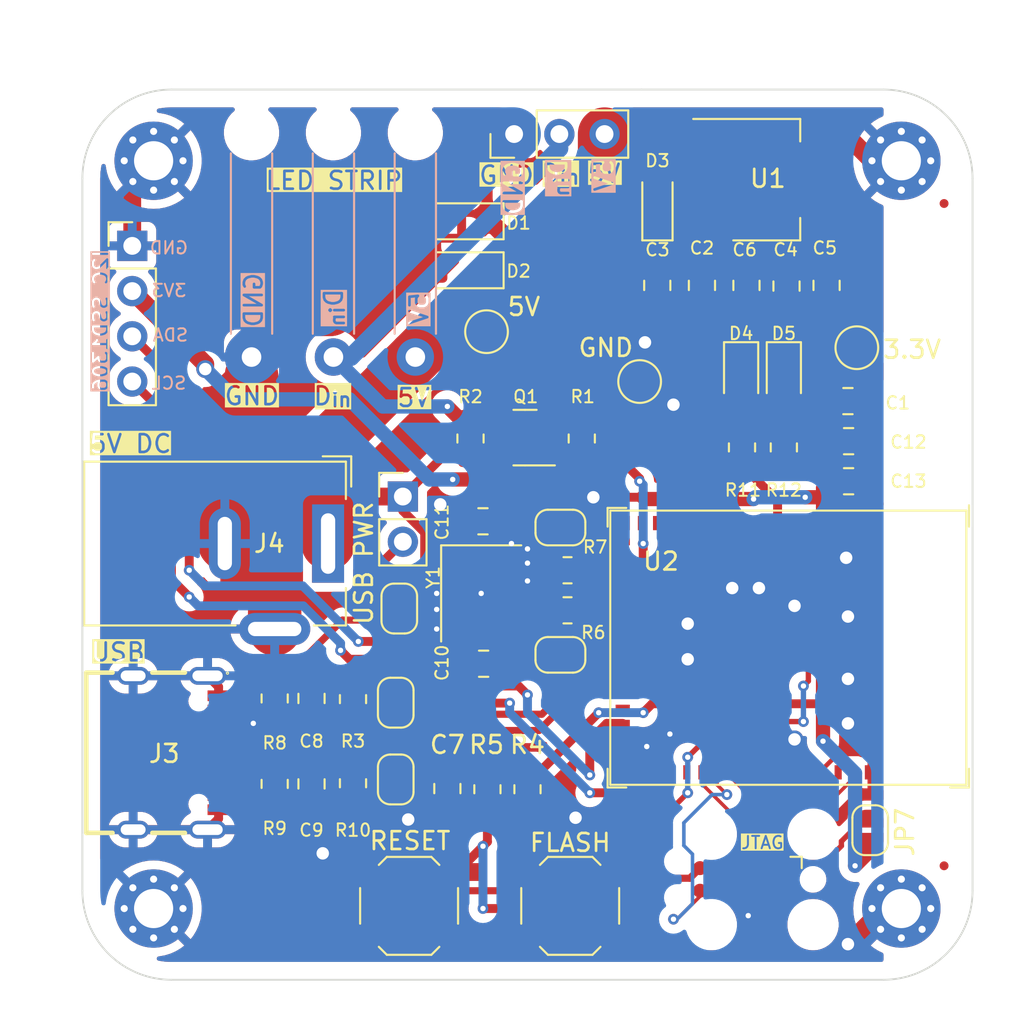
<source format=kicad_pcb>
(kicad_pcb (version 20221018) (generator pcbnew)
  (layers (0 "F.Cu" signal) (31 "B.Cu" signal) (34 "B.Paste" user) (35 "F.Paste" user) (36 "B.SilkS" user "B.Silkscreen") (37 "F.SilkS" user "F.Silkscreen") (38 "B.Mask" user) (39 "F.Mask" user) (44 "Edge.Cuts" user))
  (net 0 "")
  (net 1 "Earth")
  (net 2 "+5V")
  (net 3 "/X0_R")
  (net 4 "/X1_R")
  (net 5 "+3.3V")
  (net 6 "/~{RST}")
  (net 7 "VBUS")
  (net 8 "/D_{IN}")
  (net 9 "/SDA")
  (net 10 "/SCL")
  (net 11 "/TMS")
  (net 12 "/TCK")
  (net 13 "/TDO")
  (net 14 "/TDI")
  (net 15 "/LV_DIN")
  (net 16 "/USB_D+")
  (net 17 "/USB_D-")
  (net 18 "/X0")
  (net 19 "/X1")
  (net 20 "/BOOT")
  (net 21 "/DP")
  (net 22 "/DN")
  (net 23 "/VT_{REF}")
  (net 24 "Net-(D4-A)")
  (net 25 "Net-(D5-A)")
  (net 26 "Net-(J3-CC1)")
  (net 28 "Net-(J3-CC2)")
  (net 32 "Net-(U2-GPIO2{slash}ADC1_CH1)")
  (footprint "Connector_PinHeader_2.54mm:PinHeader_1x04_P2.54mm_Vertical" (layer "F.Cu") (at 112.8 78.78)
    (fp_text reference "J1" hide)
    (fp_text value "I2C Expansion")
  )
  (footprint "Jumper:SolderJumper-2_P1.3mm_Open_RoundedPad1.0x1.5mm" (layer "F.Cu") (at 136.85 94.6)
    (fp_text reference "JP1" hide)
    (fp_text value "SolderJumper_2_Open")
  )
  (footprint "Capacitor_SMD:C_0805_2012Metric_Pad1.18x1.45mm_HandSolder" (layer "F.Cu") (at 151.8 81 -90)
    (fp_text reference "C5")
    (fp_text value "10uF")
  )
  (footprint "TestPoint:TestPoint_Pad_D2.0mm" (layer "F.Cu") (at 141.3 86.4)
    (fp_text reference "TP3" hide)
    (fp_text value "GND")
  )
  (footprint "Button_Switch_SMD:SW_SPST_TL3342" (layer "F.Cu") (at 128.35 115.85 180)
    (fp_text reference "SW1" hide)
    (fp_text value "RESET")
  )
  (footprint "Capacitor_SMD:C_0805_2012Metric_Pad1.18x1.45mm_HandSolder" (layer "F.Cu") (at 153.0375 89.75)
    (fp_text reference "C12")
    (fp_text value "100nF")
  )
  (footprint "Resistor_SMD:R_0805_2012Metric_Pad1.20x1.40mm_HandSolder" (layer "F.Cu") (at 120.8 104.2 -90)
    (fp_text reference "R8")
    (fp_text value "5.1k")
  )
  (footprint "TestPoint:TestPoint_Pad_D2.0mm" (layer "F.Cu") (at 153.5 84.5)
    (fp_text reference "TP2" hide)
    (fp_text value "3.3V")
  )
  (footprint "LED_SMD:LED_0805_2012Metric_Pad1.15x1.40mm_HandSolder" (layer "F.Cu") (at 149.4 86.05 -90)
    (fp_text reference "D5")
    (fp_text value "PWR_LED")
  )
  (footprint "Resistor_SMD:R_0805_2012Metric_Pad1.20x1.40mm_HandSolder" (layer "F.Cu") (at 138.05 89.6 90)
    (fp_text reference "R1")
    (fp_text value "10k")
  )
  (footprint "Resistor_SMD:R_0805_2012Metric_Pad1.20x1.40mm_HandSolder" (layer "F.Cu") (at 120.8 109 90)
    (fp_text reference "R9")
    (fp_text value "5.1k")
  )
  (footprint "Resistor_SMD:R_0805_2012Metric_Pad1.20x1.40mm_HandSolder" (layer "F.Cu") (at 125.2 104.2375 -90)
    (fp_text reference "R3")
    (fp_text value "27R")
  )
  (footprint "Resistor_SMD:R_0805_2012Metric_Pad1.20x1.40mm_HandSolder" (layer "F.Cu") (at 125.2 108.9625 90)
    (fp_text reference "R10")
    (fp_text value "27R")
  )
  (footprint "Diode_SMD:D_SMF" (layer "F.Cu") (at 131.3 77.4 180)
    (fp_text reference "D1")
    (fp_text value "SMF5V0A")
  )
  (footprint "Connector_PinHeader_2.54mm:PinHeader_1x02_P2.54mm_Vertical" (layer "F.Cu") (at 128 92.86)
    (fp_text reference "JP4" hide)
    (fp_text value "Jumper_2_Bridged")
  )
  (footprint "Resistor_SMD:R_0805_2012Metric_Pad1.20x1.40mm_HandSolder" (layer "F.Cu") (at 131.8 89.6 90)
    (fp_text reference "R2")
    (fp_text value "10k")
  )
  (footprint "Jumper:SolderJumper-2_P1.3mm_Open_RoundedPad1.0x1.5mm" (layer "F.Cu") (at 136.85 101.75)
    (fp_text reference "JP6" hide)
    (fp_text value "SolderJumper_2_Open")
  )
  (footprint "Capacitor_SMD:C_0805_2012Metric_Pad1.18x1.45mm_HandSolder" (layer "F.Cu") (at 153.0375 92)
    (fp_text reference "C13")
    (fp_text value "10uF")
  )
  (footprint "Connector_PinHeader_2.54mm:PinHeader_1x03_P2.54mm_Vertical" (layer "F.Cu") (at 134.25 72.5 90)
    (fp_text reference "J2" hide)
    (fp_text value "Conn_01x03_Socket")
  )
  (footprint "Package_TO_SOT_SMD:SOT-223-3_TabPin2" (layer "F.Cu") (at 148.41 75.0625)
    (fp_text reference "U1")
    (fp_text value "AMS1117-3.3")
  )
  (footprint "Capacitor_SMD:C_0805_2012Metric_Pad1.18x1.45mm_HandSolder" (layer "F.Cu") (at 149.55 81.0375 -90)
    (fp_text reference "C4")
    (fp_text value "100nF")
  )
  (footprint "Jumper:SolderJumper-2_P1.3mm_Open_RoundedPad1.0x1.5mm" (layer "F.Cu") (at 127.6 104.4375 -90)
    (fp_text reference "JP2" hide)
    (fp_text value "SolderJumper_2_Open" hide)
  )
  (footprint "MountingHole:MountingHole_2.2mm_M2_Pad_Via" (layer "F.Cu") (at 156 116)
    (fp_text reference "H4" hide)
    (fp_text value "MountingHole_Pad" hide)
  )
  (footprint "Button_Switch_SMD:SW_SPST_TL3342" (layer "F.Cu") (at 137.4 115.85 180)
    (fp_text reference "SW2" hide)
    (fp_text value "FLASH")
  )
  (footprint "Crystal:Crystal_SMD_3225-4Pin_3.2x2.5mm_HandSoldering" (layer "F.Cu") (at 132.4 98.3 -90)
    (fp_text reference "Y1")
    (fp_text value "Crystal_40Mhz")
  )
  (footprint "Resistor_SMD:R_0805_2012Metric_Pad1.20x1.40mm_HandSolder" (layer "F.Cu") (at 149.4 90.1 -90)
    (fp_text reference "R12")
    (fp_text value "100")
  )
  (footprint "Jumper:SolderJumper-2_P1.3mm_Open_RoundedPad1.0x1.5mm" (layer "F.Cu") (at 154.25 111.6 90)
    (fp_text reference "JP7")
    (fp_text value "JTAG-VTREF")
  )
  (footprint "Diode_SMD:D_SMF" (layer "F.Cu") (at 131.3 80.15 180)
    (fp_text reference "D2")
    (fp_text value "SMF5V0A")
  )
  (footprint "footprint:USB-C-SMD_G-SWITCH_GT-USB-7010ASV" (layer "F.Cu") (at 115.25 107.25 -90)
    (fp_text reference "J3")
    (fp_text value "GT-USB-7010ASV")
  )
  (footprint "TestPoint:TestPoint_Pad_D2.0mm" (layer "F.Cu") (at 132.7 83.6)
    (fp_text reference "TP1" hide)
    (fp_text value "5V")
  )
  (footprint "Diode_SMD:D_SOD-323_HandSoldering" (layer "F.Cu") (at 142.3 76.4625 90)
    (fp_text reference "D3")
    (fp_text value "1N5819WS")
  )
  (footprint "Connector_BarrelJack:BarrelJack_Wuerth_6941xx301002" (layer "F.Cu") (at 123.8 95.5 -90)
    (fp_text reference "J4")
    (fp_text value "Barrel_Jack_Switch_Pin3Ring" hide)
  )
  (footprint "LED_SMD:LED_0805_2012Metric_Pad1.15x1.40mm_HandSolder" (layer "F.Cu") (at 147 86.05 -90)
    (fp_text reference "D4")
    (fp_text value "LED")
  )
  (footprint "Package_TO_SOT_SMD:SOT-23" (layer "F.Cu") (at 134.8625 89.55 180)
    (fp_text reference "Q1")
    (fp_text value "BSS138")
  )
  (footprint "Capacitor_SMD:C_0805_2012Metric_Pad1.18x1.45mm_HandSolder" (layer "F.Cu") (at 144.8 81 -90)
    (fp_text reference "C2")
    (fp_text value "10uF")
  )
  (footprint "MountingHole:MountingHole_2.2mm_M2_Pad_Via" (layer "F.Cu") (at 114 74)
    (fp_text reference "H1" hide)
    (fp_text value "MountingHole_Pad" hide)
  )
  (footprint "Resistor_SMD:R_0805_2012Metric_Pad1.20x1.40mm_HandSolder" (layer "F.Cu") (at 147.05 90.1 -90)
    (fp_text reference "R11")
    (fp_text value "100")
  )
  (footprint "Fiducial:Fiducial_0.5mm_Mask1mm" (layer "F.Cu") (at 158.4 76.4)
    (fp_text reference "FID1" hide)
    (fp_text value "Fiducial" hide)
  )
  (footprint "Capacitor_SMD:C_0805_2012Metric_Pad1.18x1.45mm_HandSolder" (layer "F.Cu") (at 122.86875 104.2 90)
    (fp_text reference "C8")
    (fp_text value "47pF")
  )
  (footprint "Capacitor_SMD:C_0805_2012Metric_Pad1.18x1.45mm_HandSolder" (layer "F.Cu") (at 147.3 81 -90)
    (fp_text reference "C6")
    (fp_text value "100nF")
  )
  (footprint "Connector:Tag-Connect_TC2050-IDC-FP_2x05_P1.27mm_Vertical" (layer "F.Cu") (at 147.23 114.365 180)
    (fp_text reference "J5" hide)
    (fp_text value "TC2050-IDC_Cortex-M" hide)
  )
  (footprint "Capacitor_SMD:C_0805_2012Metric_Pad1.18x1.45mm_HandSolder" (layer "F.Cu") (at 132.5375 102.25 180)
    (fp_text reference "C10")
    (fp_text value "22pF")
  )
  (footprint "Resistor_SMD:R_0805_2012Metric_Pad1.20x1.40mm_HandSolder" (layer "F.Cu") (at 137.25 97 180)
    (fp_text reference "R7")
    (fp_text value "0R")
  )
  (footprint "MountingHole:MountingHole_2.2mm_M2_Pad_Via" (layer "F.Cu") (at 114 116 90)
    (fp_text reference "H3" hide)
    (fp_text value "MountingHole_Pad" hide)
  )
  (footprint "Jumper:SolderJumper-2_P1.3mm_Open_RoundedPad1.0x1.5mm" (layer "F.Cu") (at 127.8 99.15 -90)
    (fp_text reference "JP3" hide)
    (fp_text value "USB PWR")
  )
  (footprint "Resistor_SMD:R_0805_2012Metric_Pad1.20x1.40mm_HandSolder" (layer "F.Cu") (at 132.75 109.3 -90)
    (fp_text reference "R5")
    (fp_text value "10k")
  )
  (footprint "MountingHole:MountingHole_2.2mm_M2_Pad_Via" (layer "F.Cu") (at 156 74)
    (fp_text reference "H2" hide)
    (fp_text value "MountingHole_Pad" hide)
  )
  (footprint "Resistor_SMD:R_0805_2012Metric_Pad1.20x1.40mm_HandSolder" (layer "F.Cu") (at 137.25 99.25)
    (fp_text reference "R6")
    (fp_text value "0R")
  )
  (footprint "Resistor_SMD:R_0805_2012Metric_Pad1.20x1.40mm_HandSolder" (layer "F.Cu") (at 135 109.3 90)
    (fp_text reference "R4")
    (fp_text value "10k")
  )
  (footprint "PCM_Espressif:ESP32-S2-MINI-1" (layer "F.Cu") (at 147.35 101.35 -90)
    (fp_text reference "U2")
    (fp_text value "ESP32-S2-MINI-1")
  )
  (footprint "Jumper:SolderJumper-2_P1.3mm_Open_RoundedPad1.0x1.5mm" (layer "F.Cu") (at 127.6 108.75 90)
    (fp_text reference "JP5" hide)
    (fp_text value "SolderJumper_2_Open" hide)
  )
  (footprint "Fiducial:Fiducial_0.5mm_Mask1mm" (layer "F.Cu") (at 111.6 113.6)
    (fp_text reference "FID2" hide)
    (fp_text value "Fiducial" hide)
  )
  (footprint "Capacitor_SMD:C_0805_2012Metric_Pad1.18x1.45mm_HandSolder" (layer "F.Cu") (at 153 87.5)
    (fp_text reference "C1")
    (fp_text value "10uF")
  )
  (footprint "Fiducial:Fiducial_0.5mm_Mask1mm" (layer "F.Cu") (at 158.4 113.6)
    (fp_text reference "FID3" hide)
    (fp_text value "Fiducial" hide)
  )
  (footprint "Capacitor_SMD:C_0805_2012Metric_Pad1.18x1.45mm_HandSolder" (layer "F.Cu") (at 130.5 109.2625 90)
    (fp_text reference "C7")
    (fp_text value "10uF")
  )
  (footprint "Capacitor_SMD:C_0805_2012Metric_Pad1.18x1.45mm_HandSolder" (layer "F.Cu") (at 122.86875 109 -90)
    (fp_text reference "C9")
    (fp_text value "47pF")
  )
  (footprint "Capacitor_SMD:C_0805_2012Metric_Pad1.18x1.45mm_HandSolder" (layer "F.Cu") (at 142.29 81 -90)
    (fp_text reference "C3")
    (fp_text value "10uF")
  )
  (footprint "Capacitor_SMD:C_0805_2012Metric_Pad1.18x1.45mm_HandSolder" (layer "F.Cu") (at 132.5 94.25 180)
    (fp_text reference "C11")
    (fp_text value "22pF")
  )
  (footprint "Connector_Wire:SolderWire-0.5sqmm_1x03_P4.6mm_D0.9mm_OD2.1mm_Relief" (layer "B.Cu") (at 119.5 85.025)
    (fp_text reference "J6" hide)
    (fp_text value "Conn_01x03_Socket_Solderwire")
  )
  (gr_line locked (start 141.4 70) (end 155 70) (stroke (width 0.1)) (layer "Edge.Cuts"))
  (gr_arc locked (start 110 75) (mid 111.464466 71.464467) (end 115 70) (stroke (width 0.1)) (layer "Edge.Cuts"))
  (gr_line locked (start 155 120) (end 115 120) (stroke (width 0.1)) (layer "Edge.Cuts"))
  (gr_arc locked (start 160 115) (mid 158.535534 118.535533) (end 155 120) (stroke (width 0.1)) (layer "Edge.Cuts"))
  (gr_arc locked (start 115 120) (mid 111.464467 118.535534) (end 110 115) (stroke (width 0.1)) (layer "Edge.Cuts"))
  (gr_line locked (start 110 115) (end 110 75) (stroke (width 0.1)) (layer "Edge.Cuts"))
  (gr_line locked (start 141.4 70) (end 115 70) (stroke (width 0.1)) (layer "Edge.Cuts"))
  (gr_line locked (start 160 75) (end 160 115) (stroke (width 0.1)) (layer "Edge.Cuts"))
  (gr_arc locked (start 155 70) (mid 158.535533 71.464466) (end 160 75) (stroke (width 0.1)) (layer "Edge.Cuts"))
  (gr_text "5V" (at 139.9 73.8 90) (layer "B.SilkS" knockout) (effects (font (size 1 1)) (justify left bottom mirror)))
  (gr_text "GND" (at 116 79.3) (layer "B.SilkS") (effects (font (size 0.7 0.7) (thickness 0.11)) (justify left bottom mirror)))
  (gr_text "3V3" (at 115.9 81.7) (layer "B.SilkS") (effects (font (size 0.7 0.7) (thickness 0.11)) (justify left bottom mirror)))
  (gr_text "SCL" (at 115.9 86.9) (layer "B.SilkS") (effects (font (size 0.7 0.7) (thickness 0.11)) (justify left bottom mirror)))
  (gr_text "5V" (at 129.5 81.3 90) (layer "B.SilkS" knockout) (effects (font (size 1 1)) (justify left bottom mirror)))
  (gr_text "GND	" (at 120.2 80.2 90) (layer "B.SilkS" knockout) (effects (font (size 1 1)) (justify left bottom mirror)))
  (gr_text "D_{in}" (at 124.7 81.1 90) (layer "B.SilkS" knockout) (effects (font (size 1 1)) (justify left bottom mirror)))
  (gr_text "GND	" (at 134.8 73.9 90) (layer "B.SilkS" knockout) (effects (font (size 1 1)) (justify left bottom mirror)))
  (gr_text "I2C SSD1306" (at 111.5 83 90) (layer "B.SilkS" knockout) (effects (font (size 0.8 0.8) (thickness 0.12)) (justify bottom mirror)))
  (gr_text "D_{in}" (at 137.3 73.8 90) (layer "B.SilkS" knockout) (effects (font (size 1 1)) (justify left bottom mirror)))
  (gr_text "SDA" (at 116 84.2) (layer "B.SilkS") (effects (font (size 0.7 0.7) (thickness 0.11)) (justify left bottom mirror)))
  (gr_text "D_{in}" (at 135.7 75.3) (layer "F.SilkS" knockout) (effects (font (size 1 1)) (justify left bottom)))
  (gr_text "D_{in}" (at 122.9 87.8) (layer "F.SilkS" knockout) (effects (font (size 1 1)) (justify left bottom)))
  (gr_text "GND	" (at 132.2 75.4) (layer "F.SilkS" knockout) (effects (font (size 1 1)) (justify left bottom)))
  (gr_text "USB" (at 112 101.6) (layer "F.SilkS" knockout) (effects (font (size 1 1))))
  (gr_text "5V" (at 127.6 87.9) (layer "F.SilkS" knockout) (effects (font (size 1 1)) (justify left bottom)))
  (gr_text "5V" (at 138.3 75.3) (layer "F.SilkS" knockout) (effects (font (size 1 1)) (justify left bottom)))
  (gr_text "5V DC" (at 112.7 89.9) (layer "F.SilkS" knockout) (effects (font (size 1 1))))
  (gr_text "GND	" (at 117.9 87.8) (layer "F.SilkS" knockout) (effects (font (size 1 1)) (justify left bottom)))
  (gr_text "LED STRIP" (at 120.2 75.7) (layer "F.SilkS" knockout) (effects (font (size 1 1)) (justify left bottom)))
  (segment (start 152.8855 72.5355) (end 154.35 74) (width 1) (layer "F.Cu") (net 1))
  (segment (start 133.55 96.05) (end 134.1 95.5) (width 0.5) (layer "F.Cu") (net 1))
  (segment (start 129.85 80.15) (end 128.380215 78.680215) (width 1) (layer "F.Cu") (net 1))
  (segment (start 151.6 108.15) (end 152.45 107.3) (width 0.254) (layer "F.Cu") (net 1))
  (segment (start 118 88) (end 119.5 86.5) (width 3) (layer "F.Cu") (net 1))
  (segment (start 154.35 92.275) (end 154.075 92) (width 0.4) (layer "F.Cu") (net 1))
  (segment (start 154.35 94.35) (end 152.45 94.35) (width 0.4) (layer "F.Cu") (net 1))
  (segment (start 128.380215 77.880215) (end 133.3 72.96043) (width 3) (layer "F.Cu") (net 1))
  (segment (start 146.6093 115.6093) (end 147.4 116.4) (width 0.2) (layer "F.Cu") (net 1))
  (segment (start 119.5 85.025) (end 122.177 82.348) (width 3) (layer "F.Cu") (net 1))
  (segment locked (start 154.35 116) (end 154.35 116.65) (width 1) (layer "F.Cu") (net 1))
  (segment (start 120.83125 105.2) (end 122.86875 103.1625) (width 0.3) (layer "F.Cu") (net 1))
  (segment (start 151.6 108.35) (end 151.6 108.15) (width 0.254) (layer "F.Cu") (net 1))
  (segment (start 117.03001 102.929934) (end 112.849924 102.929934) (width 0.5) (layer "F.Cu") (net 1))
  (segment (start 120.8 100.3) (end 120.8 98.3) (width 3) (layer "F.Cu") (net 1))
  (segment (start 131.25 99.75) (end 131.25 99.554) (width 0.5) (layer "F.Cu") (net 1))
  (segment (start 146.6093 114.3507) (end 146.6093 115.6093) (width 0.2) (layer "F.Cu") (net 1))
  (segment (start 145.26 72.7625) (end 145.487 72.5355) (width 1) (layer "F.Cu") (net 1))
  (segment (start 147.23 113.73) (end 146.6093 114.3507) (width 0.2) (layer "F.Cu") (net 1))
  (segment (start 132.4 98.3) (end 132.504 98.3) (width 0.5) (layer "F.Cu") (net 1))
  (segment (start 120.83125 108) (end 122.86875 110.0375) (width 0.3) (layer "F.Cu") (net 1))
  (segment (start 120.8 105.2) (end 120.83125 105.2) (width 0.3) (layer "F.Cu") (net 1))
  (segment (start 117.650025 110.449873) (end 117.650025 110.95) (width 0.5) (layer "F.Cu") (net 1))
  (segment (start 123.91243 82.348) (end 128.380215 77.880215) (width 3) (layer "F.Cu") (net 1))
  (segment (start 112.8 78.78) (end 112.8 75.2) (width 1) (layer "F.Cu") (net 1))
  (segment (start 118 95.5) (end 118 88) (width 3) (layer "F.Cu") (net 1))
  (segment (start 145.487 72.5355) (end 152.8855 72.5355) (width 1) (layer "F.Cu") (net 1))
  (segment (start 133.55 97.254) (end 133.55 96.85) (width 0.5) (layer "F.Cu") (net 1))
  (segment (start 119.5 86.5) (end 119.5 86.045521) (width 3) (layer "F.Cu") (net 1))
  (segment (start 131.05 94.25) (end 130.1 93.3) (width 1) (layer "F.Cu") (net 1))
  (segment (start 133.55 96.85) (end 133.55 96.05) (width 0.5) (layer "F.Cu") (net 1))
  (segment (start 131.5 100) (end 131.25 99.75) (width 0.5) (layer "F.Cu") (net 1))
  (segment (start 154.35 108.35) (end 154.35 107.3) (width 0.4) (layer "F.Cu") (net 1))
  (segment (start 122.177 82.348) (end 123.91243 82.348) (width 3) (layer "F.Cu") (net 1))
  (segment (start 117.650025 110.95) (end 117.03001 111.570015) (width 0.5) (layer "F.Cu") (net 1))
  (segment (start 154.35 107.3) (end 154.35 98.8) (width 0.4) (layer "F.Cu") (net 1))
  (segment (start 112.849924 111.570015) (end 117.03001 111.570015) (width 0.5) (layer "F.Cu") (net 1))
  (segment (start 119.6 105.6) (end 120.4 105.6) (width 0.3) (layer "F.Cu") (net 1))
  (segment (start 131.4625 94.25) (end 131.05 94.25) (width 1) (layer "F.Cu") (net 1))
  (segment (start 132.504 98.3) (end 133.55 97.254) (width 0.5) (layer "F.Cu") (net 1))
  (segment (start 120.8 98.3) (end 118 95.5) (width 3) (layer "F.Cu") (net 1))
  (segment (start 140.35 107.3) (end 140.35 108.35) (width 0.4) (layer "F.Cu") (net 1))
  (segment (start 128.380215 78.680215) (end 128.380215 77.880215) (width 1) (layer "F.Cu") (net 1))
  (segment (start 154.35 94.35) (end 154.35 92.275) (width 0.4) (layer "F.Cu") (net 1))
  (segment (start 131.5 102.25) (end 131.5 100) (width 0.5) (layer "F.Cu") (net 1))
  (segment (start 154.35 98.8) (end 154.35 94.35) (width 0.4) (layer "F.Cu") (net 1))
  (segment (start 152.45 107.3) (end 154.35 107.3) (width 0.254) (layer "F.Cu") (net 1))
  (segment (start 132.4 98.404) (end 132.4 98.3) (width 0.5) (layer "F.Cu") (net 1))
  (segment (start 117.650025 103.549949) (end 117.03001 102.929934) (width 0.5) (layer "F.Cu") (net 1))
  (segment (start 151.6 108.35) (end 150.75 108.35) (width 0.3) (layer "F.Cu") (net 1))
  (segment (start 131.25 99.554) (end 132.4 98.404) (width 0.5) (layer "F.Cu") (net 1))
  (segment locked (start 154.35 116.65) (end 153 118) (width 1) (layer "F.Cu") (net 1))
  (segment (start 112.8 75.2) (end 114 74) (width 1) (layer "F.Cu") (net 1))
  (segment (start 154.075 92) (end 154.075 87.5375) (width 0.8) (layer "F.Cu") (net 1))
  (segment (start 133.3 72.96043) (end 133.3 72.5) (width 3) (layer "F.Cu") (net 1))
  (segment (start 120.4 105.6) (end 120.8 105.2) (width 0.3) (layer "F.Cu") (net 1))
  (segment (start 154.075 87.5375) (end 154.0375 87.5) (width 0.8) (layer "F.Cu") (net 1))
  (segment (start 117.650025 104.050076) (end 117.650025 103.549949) (width 0.5) (layer "F.Cu") (net 1))
  (segment (start 120.8 108) (end 120.83125 108) (width 0.3) (layer "F.Cu") (net 1))
  (via (at 153 99.6) (size 1) (drill 0.7) (layers "F.Cu" "B.Cu") (net 1))
  (via (at 130.1 93.3) (size 1) (drill 0.7) (layers "F.Cu" "B.Cu") (net 1))
  (via (at 129.9 98.3) (size 0.6) (drill 0.3) (layers "F.Cu" "B.Cu") (net 1))
  (via (at 135 97.6) (size 0.6) (drill 0.3) (layers "F.Cu" "B.Cu") (net 1))
  (via (at 152.9 96.3) (size 1) (drill 0.7) (layers "F.Cu" "B.Cu") (net 1))
  (via (at 129.9 99.2) (size 0.6) (drill 0.3) (layers "F.Cu" "B.Cu") (net 1))
  (via (at 132.4 98.3) (size 0.6) (drill 0.3) (layers "F.Cu" "B.Cu") (net 1))
  (via (at 146.5 98) (size 1) (drill 0.7) (layers "F.Cu" "B.Cu") (net 1))
  (via (at 128.3 111) (size 1) (drill 0.7) (layers "F.Cu" "B.Cu") (net 1))
  (via (at 150 106.5) (size 1) (drill 0.7) (layers "F.Cu" "B.Cu") (net 1))
  (via (at 134.1 95.5) (size 0.6) (drill 0.3) (layers "F.Cu" "B.Cu") (net 1))
  (via (at 143 106.2) (size 0.6) (drill 0.3) (layers "F.Cu" "B.Cu") (net 1))
  (via (at 144 102) (size 1) (drill 0.7) (layers "F.Cu" "B.Cu") (net 1))
  (via (at 123.5 112.9) (size 1) (drill 0.7) (layers "F.Cu" "B.Cu") (net 1))
  (via (at 143.2 87.7) (size 1) (drill 0.7) (layers "F.Cu" "B.Cu") (net 1))
  (via (at 138.7 92.9) (size 1) (drill 0.7) (layers "F.Cu" "B.Cu") (net 1))
  (via (at 137.7 110.9) (size 1) (drill 0.7) (layers "F.Cu" "B.Cu") (net 1))
  (via (at 150 99) (size 1) (drill 0.7) (layers "F.Cu" "B.Cu") (net 1))
  (via (at 144 100) (size 1) (drill 0.7) (layers "F.Cu" "B.Cu") (net 1))
  (via (at 119.6 105.6) (size 0.6) (drill 0.3) (layers "F.Cu" "B.Cu") (net 1))
  (via (at 147.4 116.4) (size 0.6) (drill 0.3) (layers "F.Cu" "B.Cu") (net 1))
  (via (at 148 98) (size 1) (drill 0.7) (layers "F.Cu" "B.Cu") (net 1))
  (via (at 141.7 106.9) (size 0.6) (drill 0.3) (layers "F.Cu" "B.Cu") (net 1))
  (via (at 135 95.8) (size 0.6) (drill 0.3) (layers "F.Cu" "B.Cu") (net 1))
  (via (at 129.9 100.3) (size 0.6) (drill 0.3) (layers "F.Cu" "B.Cu") (net 1))
  (via locked (at 153 118) (size 1) (drill 0.7) (layers "F.Cu" "B.Cu") (net 1))
  (via (at 153 103.1) (size 1) (drill 0.7) (layers "F.Cu" "B.Cu") (net 1))
  (via (at 135 96.6) (size 0.6) (drill 0.3) (layers "F.Cu" "B.Cu") (net 1))
  (via (at 153 105.6) (size 1) (drill 0.7) (layers "F.Cu" "B.Cu") (net 1))
  (via (at 141.6 84.2) (size 1) (drill 0.7) (layers "F.Cu" "B.Cu") (net 1))
  (segment (start 119.5 85.025) (end 122.177 82.348) (width 3) (layer "B.Cu") (net 1))
  (segment (start 122.177 82.348) (end 123.252 82.348) (width 3) (layer "B.Cu") (net 1))
  (segment (start 133.1 72.5) (end 134.25 72.5) (width 3) (layer "B.Cu") (net 1))
  (segment (start 123.252 82.348) (end 133.1 72.5) (width 3) (layer "B.Cu") (net 1))
  (segment (start 134 72.75) (end 134.25 72.5) (width 2) (layer "B.Cu") (net 1))
  (segment (start 134 72.75) (end 134.076 72.674) (width 3) (layer "B.Cu") (net 1))
  (segment (start 134.076 72.674) (end 134.076 72.5) (width 3) (layer "B.Cu") (net 1))
  (segment (start 147.3 79.9625) (end 142.29 79.9625) (width 0.8) (layer "F.Cu") (net 2))
  (segment (start 145.26 79.5025) (end 144.8 79.9625) (width 0.8) (layer "F.Cu") (net 2))
  (segment (start 139.33 74.395) (end 139.33 72.5) (width 3) (layer "F.Cu") (net 2))
  (segment (start 124.86 92.86) (end 123.8 91.8) (width 1) (layer "F.Cu") (net 2))
  (segment (start 128.7 85.025) (end 131.8125 81.9125) (width 3) (layer "F.Cu") (net 2))
  (segment (start 128 92.86) (end 128 93.664759) (width 0.5) (layer "F.Cu") (net 2))
  (segment (start 145.26 77.3625) (end 144.2625 77.3625) (width 1) (layer "F.Cu") (net 2))
  (segment (start 123.8 89.925) (end 128.7 85.025) (width 3) (layer "F.Cu") (net 2))
  (segment (start 143.3 76.4) (end 139 76.4) (width 1) (layer "F.Cu") (net 2))
  (segment (start 139 76.4) (end 138.1625 75.5625) (width 1) (layer "F.Cu") (net 2))
  (segment (start 132.75 77.4) (end 132.9 77.4) (width 1) (layer "F.Cu") (net 2))
  (segment (start 145.26 77.3625) (end 145.26 79.5025) (width 0.8) (layer "F.Cu") (net 2))
  (segment (start 128 93.664759) (end 129.227 94.891759) (width 0.5) (layer "F.Cu") (net 2))
  (segment (start 129.227 94.891759) (end 129.227 97.073) (width 0.5) (layer "F.Cu") (net 2))
  (segment (start 142.29 77.7225) (end 142.3 77.7125) (width 0.8) (layer "F.Cu") (net 2))
  (segment (start 123.8 95.5) (end 123.8 89.925) (width 3) (layer "F.Cu") (net 2))
  (segment (start 123.8 95.5) (end 123.8 91.8) (width 3) (layer "F.Cu") (net 2))
  (segment (start 134.6125 79.1125) (end 138.1625 75.5625) (width 3) (layer "F.Cu") (net 2))
  (segment (start 143.3 76.4) (end 144.2625 77.3625) (width 1) (layer "F.Cu") (net 2))
  (segment (start 138.1625 75.5625) (end 139.33 74.395) (width 3) (layer "F.Cu") (net 2))
  (segment (start 131.8 90.6) (end 130.26 90.6) (width 0.5) (layer "F.Cu") (net 2))
  (segment (start 128 92.86) (end 124.86 92.86) (width 1) (layer "F.Cu") (net 2))
  (segment (start 142.29 79.9625) (end 142.29 77.7225) (width 0.8) (layer "F.Cu") (net 2))
  (segment (start 129.227 97.073) (end 127.8 98.5) (width 0.5) (layer "F.Cu") (net 2))
  (segment (start 130.26 90.6) (end 128 92.86) (width 0.5) (layer "F.Cu") (net 2))
  (segment (start 132.9 77.4) (end 134.6125 79.1125) (width 1) (layer "F.Cu") (net 2))
  (segment (start 131.8125 81.9125) (end 134.6125 79.1125) (width 3) (layer "F.Cu") (net 2))
  (segment (start 131.25 96.85) (end 131.25 96.373844) (width 0.8) (layer "F.Cu") (net 3))
  (segment (start 136.2 96.95) (end 136.25 97) (width 0.8) (layer "F.Cu") (net 3))
  (segment (start 133.8875 94.6) (end 133.5375 94.25) (width 0.8) (layer "F.Cu") (net 3))
  (segment (start 136.2 94.6) (end 133.8875 94.6) (width 0.8) (layer "F.Cu") (net 3))
  (segment (start 132.111922 95.511922) (end 133.373844 94.25) (width 0.8) (layer "F.Cu") (net 3))
  (segment (start 132.111922 95.511922) (end 133.023844 94.6) (width 0.8) (layer "F.Cu") (net 3))
  (segment (start 133.023844 94.6) (end 136.2 94.6) (width 0.8) (layer "F.Cu") (net 3))
  (segment (start 136.2 94.6) (end 136.2 96.95) (width 0.8) (layer "F.Cu") (net 3))
  (segment (start 133.373844 94.25) (end 133.5375 94.25) (width 0.8) (layer "F.Cu") (net 3))
  (segment (start 131.25 96.373844) (end 132.111922 95.511922) (width 0.8) (layer "F.Cu") (net 3))
  (segment (start 136.2 99.3) (end 136.25 99.25) (width 0.8) (layer "F.Cu") (net 4))
  (segment (start 136.2 101.75) (end 136.2 99.3) (width 0.8) (layer "F.Cu") (net 4))
  (segment (start 133.55 102.225) (end 133.575 102.25) (width 0.8) (layer "F.Cu") (net 4))
  (segment (start 133.55 99.75) (end 133.55 102.225) (width 0.8) (layer "F.Cu") (net 4))
  (segment (start 134.05 99.25) (end 133.55 99.75) (width 0.8) (layer "F.Cu") (net 4))
  (segment (start 136.25 99.25) (end 134.05 99.25) (width 0.8) (layer "F.Cu") (net 4))
  (segment (start 135 108.3) (end 132.75 108.3) (width 0.5) (layer "F.Cu") (net 5))
  (segment (start 149.5875 79.9625) (end 149.55 80) (width 1) (layer "F.Cu") (net 5))
  (segment (start 152 92) (end 152 86.5375) (width 1) (layer "F.Cu") (net 5))
  (segment (start 151.6 92.9) (end 150.6 92.9) (width 0.8) (layer "F.Cu") (net 5))
  (segment (start 152 91) (end 152 87.5375) (width 0.8) (layer "F.Cu") (net 5))
  (segment (start 151.6 92.4) (end 152 92) (width 0.8) (layer "F.Cu") (net 5))
  (segment (start 151.6 105.5) (end 151.6 94.35) (width 0.8) (layer "F.Cu") (net 5))
  (segment (start 135.8 90.5) (end 137.95 90.5) (width 0.8) (layer "F.Cu") (net 5))
  (segment (start 151.6 92.9) (end 151.6 92.4) (width 0.8) (layer "F.Cu") (net 5))
  (segment (start 154.25 112.25) (end 154.25 112.75) (width 0.8) (layer "F.Cu") (net 5))
  (segment (start 142 104.5) (end 151.6 104.5) (width 0.5) (layer "F.Cu") (net 5))
  (segment (start 152 92) (end 152 91) (width 0.8) (layer "F.Cu") (net 5))
  (segment (start 151.56 79.7225) (end 151.8 79.9625) (width 1) (layer "F.Cu") (net 5))
  (segment (start 145.11 75.2125) (end 145.26 75.0625) (width 0.8) (layer "F.Cu") (net 5))
  (segment (start 151.8 79.9625) (end 149.5875 79.9625) (width 1) (layer "F.Cu") (net 5))
  (segment (start 135.7 108.3) (end 135 108.3) (width 0.5) (layer "F.Cu") (net 5))
  (segment (start 116.9 85.7) (end 116.9 85.42) (width 1) (layer "F.Cu") (net 5))
  (segment (start 151.6 94.35) (end 151.6 92.9) (width 0.8) (layer "F.Cu") (net 5))
  (segment (start 151.6 106.6) (end 151.6 105.5) (width 0.8) (layer "F.Cu") (net 5))
  (segment (start 152 86.5375) (end 151.9625 86.5) (width 1) (layer "F.Cu") (net 5))
  (segment (start 151.9625 86.5) (end 151.9625 86.0375) (width 1) (layer "F.Cu") (net 5))
  (segment (start 141.6 93) (end 141.5 92.9) (width 0.8) (layer "F.Cu") (net 5))
  (segment (start 133 91.9) (end 134.4 90.5) (width 0.8) (layer "F.Cu") (net 5))
  (segment (start 116.9 85.42) (end 112.8 81.32) (width 1) (layer "F.Cu") (net 5))
  (segment (start 151.9625 87.5) (end 151.9625 86.5) (width 1) (layer "F.Cu") (net 5))
  (segment (start 151.6 104.5) (end 151.6 105.5) (width 0.5) (layer "F.Cu") (net 5))
  (segment (start 141.5 92.9) (end 140.35 92.9) (width 0.5) (layer "F.Cu") (net 5))
  (segment (start 135.8 90.5) (end 134.4 90.5) (width 0.8) (layer "F.Cu") (net 5))
  (segment (start 137.95 90.5) (end 138.05 90.6) (width 0.8) (layer "F.Cu") (net 5))
  (segment (start 149.4 91.1) (end 151.9 91.1) (width 0.5) (layer "F.Cu") (net 5))
  (segment (start 141.5 105) (end 142 104.5) (width 0.5) (layer "F.Cu") (net 5))
  (segment (start 151.56 75.0625) (end 145.26 75.0625) (width 1) (layer "F.Cu") (net 5))
  (segment (start 139 105) (end 135.7 108.3) (width 0.5) (layer "F.Cu") (net 5))
  (segment (start 140.35 92.9) (end 138.05 90.6) (width 0.5) (layer "F.Cu") (net 5))
  (segment (start 151.9 91.1) (end 152 91) (width 0.5) (layer "F.Cu") (net 5))
  (segment (start 151.9625 86.0375) (end 153.5 84.5) (width 1) (layer "F.Cu") (net 5))
  (segment (start 147.7 93) (end 141.6 93) (width 0.8) (layer "F.Cu") (net 5))
  (segment (start 153.5 84.5) (end 153.5 81.6625) (width 1) (layer "F.Cu") (net 5))
  (segment (start 151.56 75.0625) (end 151.56 79.7225) (width 1) (layer "F.Cu") (net 5))
  (segment (start 152 87.5375) (end 151.9625 87.5) (width 0.8) (layer "F.Cu") (net 5))
  (segment (start 133 91.9) (end 130.8 91.9) (width 0.8) (layer "F.Cu") (net 5))
  (segment (start 142.3 75.2125) (end 145.11 75.2125) (width 0.8) (layer "F.Cu") (net 5))
  (segment (start 153.5 81.6625) (end 151.8 79.9625) (width 1) (layer "F.Cu") (net 5))
  (segment (start 154.25 112.75) (end 153.4 113.6) (width 0.8) (layer "F.Cu") (net 5))
  (via (at 130.8 91.9) (size 0.6) (drill 0.3) (layers "F.Cu" "B.Cu") (net 5))
  (via (at 116.9 85.7) (size 1) (drill 0.7) (layers "F.Cu" "B.Cu") (net 5))
  (via (at 147.7 93) (size 0.6) (drill 0.3) (layers "F.Cu" "B.Cu") (net 5))
  (via (at 141.5 105) (size 0.6) (drill 0.3) (layers "F.Cu" "B.Cu") (net 5))
  (via (at 151.6 106.6) (size 0.6) (drill 0.3) (layers "F.Cu" "B.Cu") (net 5))
  (via (at 139 105) (size 0.6) (drill 0.3) (layers "F.Cu" "B.Cu") (net 5))
  (via (at 153.4 113.6) (size 0.6) (drill 0.3) (layers "F.Cu" "B.Cu") (net 5))
  (via (at 150.6 92.9) (size 0.6) (drill 0.3) (layers "F.Cu" "B.Cu") (net 5))
  (segment (start 147.7 93) (end 147.8 92.9) (width 0.8) (layer "B.Cu") (net 5))
  (segment (start 130.8 91.9) (end 129.5 91.9) (width 0.8) (layer "B.Cu") (net 5))
  (segment (start 147.8 92.9) (end 150.6 92.9) (width 0.8) (layer "B.Cu") (net 5))
  (segment (start 125 87.4) (end 118.6 87.4) (width 0.8) (layer "B.Cu") (net 5))
  (segment (start 129.5 91.9) (end 125 87.4) (width 0.8) (layer "B.Cu") (net 5))
  (segment (start 153.4 113.6) (end 153.4 108.4) (width 0.8) (layer "B.Cu") (net 5))
  (segment (start 153.4 108.4) (end 151.6 106.6) (width 0.8) (layer "B.Cu") (net 5))
  (segment (start 118.6 87.4) (end 116.9 85.7) (width 0.8) (layer "B.Cu") (net 5))
  (segment (start 139 105) (end 141.5 105) (width 0.5) (layer "B.Cu") (net 5))
  (segment (start 130.5 110.3) (end 132.75 110.3) (width 0.5) (layer "F.Cu") (net 6))
  (segment (start 149.77 115) (end 149.1493 114.3793) (width 0.2) (layer "F.Cu") (net 6))
  (segment (start 125.2 113.95) (end 131.5 113.95) (width 0.5) (layer "F.Cu") (net 6))
  (segment (start 131.5 113.95) (end 131.5 113.5) (width 0.5) (layer "F.Cu") (net 6))
  (segment (start 131.5 113.5) (end 132.5 112.5) (width 0.5) (layer "F.Cu") (net 6))
  (segment (start 132.75 110.3) (end 132.75 112.25) (width 0.5) (layer "F.Cu") (net 6))
  (segment (start 150.685061 110) (end 152 110) (width 0.2) (layer "F.Cu") (net 6))
  (segment (start 146.17355 118.59645) (end 149.77 115) (width 0.5) (layer "F.Cu") (net 6))
  (segment (start 132.5 116) (end 140.904 116) (width 0.5) (layer "F.Cu") (net 6))
  (segment (start 149.1493 114.3793) (end 149.1493 111.535761) (width 0.2) (layer "F.Cu") (net 6))
  (segment (start 132.75 112.25) (end 132.5 112.5) (width 0.5) (layer "F.Cu") (net 6))
  (segment (start 152 110) (end 153.3 108.7) (width 0.2) (layer "F.Cu") (net 6))
  (segment (start 140.904 116) (end 143.50045 118.59645) (width 0.5) (layer "F.Cu") (net 6))
  (segment (start 143.50045 118.59645) (end 146.17355 118.59645) (width 0.5) (layer "F.Cu") (net 6))
  (segment (start 153.3 108.7) (end 153.3 108.35) (width 0.2) (layer "F.Cu") (net 6))
  (segment (start 149.1493 111.535761) (end 150.685061 110) (width 0.2) (layer "F.Cu") (net 6))
  (via (at 132.5 116) (size 0.6) (drill 0.3) (layers "F.Cu" "B.Cu") (net 6))
  (via (at 132.5 112.5) (size 0.6) (drill 0.3) (layers "F.Cu" "B.Cu") (net 6))
  (segment (start 132.5 112.5) (end 132.5 116) (width 0.5) (layer "B.Cu") (net 6))
  (segment (start 127.8 99.8) (end 124.602749 99.8) (width 0.4) (layer "F.Cu") (net 7))
  (segment (start 119.927 102.273) (end 118.597027 103.602973) (width 0.4) (layer "F.Cu") (net 7))
  (segment (start 117.650025 109.650025) (end 117.071123 109.650025) (width 0.3) (layer "F.Cu") (net 7))
  (segment (start 144.69 113.73) (end 144.1217 114.2983) (width 0.4) (layer "F.Cu") (net 7))
  (segment (start 118.597027 104.677076) (end 118.424179 104.849924) (width 0.4) (layer "F.Cu") (net 7))
  (segment (start 142.2057 114.2983) (end 141.504 115) (width 0.4) (layer "F.Cu") (net 7))
  (segment (start 117.061217 104.849924) (end 117.650025 104.849924) (width 0.3) (layer "F.Cu") (net 7))
  (segment (start 116.25 108.828902) (end 116.25 105.661141) (width 0.3) (layer "F.Cu") (net 7))
  (segment (start 144.1217 114.2983) (end 142.2057 114.2983) (width 0.4) (layer "F.Cu") (net 7))
  (segment (start 117.071123 109.650025) (end 116.25 108.828902) (width 0.3) (layer "F.Cu") (net 7))
  (segment (start 126.673 96.727) (end 126.673 99.15616) (width 0.5) (layer "F.Cu") (net 7))
  (segment (start 118.597027 103.602973) (end 118.597027 104.677076) (width 0.4) (layer "F.Cu") (net 7))
  (segment (start 122.129749 102.273) (end 119.927 102.273) (width 0.4) (layer "F.Cu") (net 7))
  (segment (start 126.673 99.15616) (end 127.31684 99.8) (width 0.5) (layer "F.Cu") (net 7))
  (segment (start 116.25 105.661141) (end 117.061217 104.849924) (width 0.3) (layer "F.Cu") (net 7))
  (segment (start 123.6 115) (end 118.250025 109.650025) (width 0.4) (layer "F.Cu") (net 7))
  (segment (start 124.602749 99.8) (end 122.129749 102.273) (width 0.4) (layer "F.Cu") (net 7))
  (segment (start 118.424179 104.849924) (end 117.650025 104.849924) (width 0.4) (layer "F.Cu") (net 7))
  (segment (start 141.504 115) (end 123.6 115) (width 0.4) (layer "F.Cu") (net 7))
  (segment (start 128 95.4) (end 126.673 96.727) (width 0.5) (layer "F.Cu") (net 7))
  (segment (start 118.250025 109.650025) (end 117.650025 109.650025) (width 0.4) (layer "F.Cu") (net 7))
  (segment (start 127.31684 99.8) (end 127.8 99.8) (width 0.5) (layer "F.Cu") (net 7))
  (segment (start 132.75 89.55) (end 131.8 88.6) (width 0.8) (layer "F.Cu") (net 8))
  (segment (start 131.3 88.6) (end 130.5 87.8) (width 0.8) (layer "F.Cu") (net 8))
  (segment (start 131.8 88.6) (end 131.3 88.6) (width 0.8) (layer "F.Cu") (net 8))
  (segment (start 133.925 89.55) (end 132.75 89.55) (width 0.8) (layer "F.Cu") (net 8))
  (via (at 130.5 87.8) (size 0.6) (drill 0.3) (layers "F.Cu" "B.Cu") (net 8))
  (segment (start 125.075 85.025) (end 136.79 73.31) (width 1) (layer "B.Cu") (net 8))
  (segment (start 136.79 73.31) (end 136.79 72.5) (width 1) (layer "B.Cu") (net 8))
  (segment (start 124.1 85.025) (end 125.075 85.025) (width 1) (layer "B.Cu") (net 8))
  (segment (start 130.5 87.8) (end 126.875 87.8) (width 0.8) (layer "B.Cu") (net 8))
  (segment (start 124.1 85.025) (end 126.875 87.8) (width 0.8) (layer "B.Cu") (net 8))
  (segment (start 139.45 105.6) (end 138.5 106.55) (width 0.5) (layer "F.Cu") (net 9))
  (segment (start 116 97) (end 116 87.06) (width 0.5) (layer "F.Cu") (net 9))
  (segment (start 140.35 105.6) (end 139.45 105.6) (width 0.5) (layer "F.Cu") (net 9))
  (segment (start 116 87.06) (end 112.8 83.86) (width 0.5) (layer "F.Cu") (net 9))
  (segment (start 138.5 106.55) (end 138.5 108.5) (width 0.5) (layer "F.Cu") (net 9))
  (segment (start 135 104) (end 134.5 103.5) (width 0.5) (layer "F.Cu") (net 9))
  (segment (start 131.050788 103.5) (end 130 102.449212) (width 0.5) (layer "F.Cu") (net 9))
  (segment (start 130 102) (end 129 101) (width 0.5) (layer "F.Cu") (net 9))
  (segment (start 130 102.449212) (end 130 102) (width 0.5) (layer "F.Cu") (net 9))
  (segment (start 131.050788 103.5) (end 134.5 103.5) (width 0.5) (layer "F.Cu") (net 9))
  (segment (start 129 101) (end 125.5 101) (width 0.5) (layer "F.Cu") (net 9))
  (via (at 116 97) (size 0.6) (drill 0.3) (layers "F.Cu" "B.Cu") (net 9))
  (via (at 135 104) (size 0.6) (drill 0.3) (layers "F.Cu" "B.Cu") (net 9))
  (via (at 138.5 108.5) (size 0.6) (drill 0.3) (layers "F.Cu" "B.Cu") (net 9))
  (via (at 125.5 101) (size 0.6) (drill 0.3) (layers "F.Cu" "B.Cu") (net 9))
  (segment (start 122.377 97.877) (end 116.877 97.877) (width 0.5) (layer "B.Cu") (net 9))
  (segment (start 116.877 97.877) (end 116 97) (width 0.5) (layer "B.Cu") (net 9))
  (segment (start 135 105) (end 135 104) (width 0.5) (layer "B.Cu") (net 9))
  (segment (start 138.5 108.5) (end 135 105) (width 0.5) (layer "B.Cu") (net 9))
  (segment (start 125.5 101) (end 122.377 97.877) (width 0.5) (layer "B.Cu") (net 9))
  (segment (start 116 98.5) (end 115 97.5) (width 0.5) (layer "F.Cu") (net 10))
  (segment (start 141.4 109.25) (end 141.15 109.5) (width 0.5) (layer "F.Cu") (net 10))
  (segment (start 134 104.461) (end 129.9775 104.461) (width 0.5) (layer "F.Cu") (net 10))
  (segment (start 141.15 109.5) (end 138.5 109.5) (width 0.5) (layer "F.Cu") (net 10))
  (segment (start 127.5165 102) (end 125 102) (width 0.5) (layer "F.Cu") (net 10))
  (segment (start 115 97.5) (end 115 88.6) (width 0.5) (layer "F.Cu") (net 10))
  (segment (start 125 102) (end 124.5 101.5) (width 0.5) (layer "F.Cu") (net 10))
  (segment (start 129.9775 104.461) (end 127.5165 102) (width 0.5) (layer "F.Cu") (net 10))
  (segment (start 115 88.6) (end 112.8 86.4) (width 0.5) (layer "F.Cu") (net 10))
  (segment (start 141.4 108.35) (end 141.4 109.25) (width 0.5) (layer "F.Cu") (net 10))
  (via (at 134 104.461) (size 0.6) (drill 0.3) (layers "F.Cu" "B.Cu") (net 10))
  (via (at 124.5 101.5) (size 0.6) (drill 0.3) (layers "F.Cu" "B.Cu") (net 10))
  (via (at 116 98.5) (size 0.6) (drill 0.3) (layers "F.Cu" "B.Cu") (net 10))
  (via (at 138.5 109.5) (size 0.6) (drill 0.3) (layers "F.Cu" "B.Cu") (net 10))
  (segment (start 124.5 101.5) (end 124.5 101.094049) (width 0.5) (layer "B.Cu") (net 10))
  (segment (start 116.5 99) (end 116 98.5) (width 0.5) (layer "B.Cu") (net 10))
  (segment (start 124.5 101.094049) (end 122.405951 99) (width 0.5) (layer "B.Cu") (net 10))
  (segment (start 138.5 109.5) (end 134 105) (width 0.5) (layer "B.Cu") (net 10))
  (segment (start 122.405951 99) (end 116.5 99) (width 0.5) (layer "B.Cu") (net 10))
  (segment (start 134 105) (end 134 104.461) (width 0.5) (layer "B.Cu") (net 10))
  (segment (start 148.1777 113.4077) (end 148.1777 113.337449) (width 0.2) (layer "F.Cu") (net 11))
  (segment (start 148.5 113.73) (end 148.1777 113.4077) (width 0.2) (layer "F.Cu") (net 11))
  (segment (start 148 109.2) (end 147.35 108.55) (width 0.2) (layer "F.Cu") (net 11))
  (segment (start 147.35 108.55) (end 147.35 108.35) (width 0.2) (layer "F.Cu") (net 11))
  (segment (start 148 113.159749) (end 148 109.2) (width 0.2) (layer "F.Cu") (net 11))
  (segment (start 148.1777 113.337449) (end 148 113.159749) (width 0.2) (layer "F.Cu") (net 11))
  (segment (start 146.86645 111.06645) (end 144.8 109) (width 0.2) (layer "F.Cu") (net 12))
  (segment (start 146.86645 112.82355) (end 146.86645 111.06645) (width 0.2) (layer "F.Cu") (net 12))
  (segment (start 144.8 109) (end 144.8 108.35) (width 0.2) (layer "F.Cu") (net 12))
  (segment (start 145.96 113.73) (end 146.86645 112.82355) (width 0.2) (layer "F.Cu") (net 12))
  (segment (start 144.69 115) (end 144.69 115.312092) (width 0.2) (layer "F.Cu") (net 13))
  (segment (start 144.69 115.312092) (end 143.402092 116.6) (width 0.2) (layer "F.Cu") (net 13))
  (segment (start 146.2 109.6) (end 145.65 109.05) (width 0.2) (layer "F.Cu") (net 13))
  (segment (start 145.65 109.05) (end 145.65 108.35) (width 0.2) (layer "F.Cu") (net 13))
  (segment (start 143.402092 116.6) (end 143.2 116.6) (width 0.2) (layer "F.Cu") (net 13))
  (via (at 143.2 116.6) (size 0.6) (drill 0.3) (layers "F.Cu" "B.Cu") (net 13))
  (via (at 146.2 109.6) (size 0.6) (drill 0.3) (layers "F.Cu" "B.Cu") (net 13))
  (segment (start 145.370061 109.6) (end 146.2 109.6) (width 0.2) (layer "B.Cu") (net 13))
  (segment (start 144.2693 115.732792) (end 144.2693 112.949239) (width 0.2) (layer "B.Cu") (net 13))
  (segment (start 143.78355 112.463489) (end 143.78355 111.186511) (width 0.2) (layer "B.Cu") (net 13))
  (segment (start 143.2 116.6) (end 143.402092 116.6) (width 0.2) (layer "B.Cu") (net 13))
  (segment (start 143.78355 111.186511) (end 145.370061 109.6) (width 0.2) (layer "B.Cu") (net 13))
  (segment (start 143.402092 116.6) (end 144.2693 115.732792) (width 0.2) (layer "B.Cu") (net 13))
  (segment (start 144.2693 112.949239) (end 143.78355 112.463489) (width 0.2) (layer "B.Cu") (net 13))
  (segment (start 147.8507 113.472897) (end 147.4 113.022197) (width 0.2) (layer "F.Cu") (net 14))
  (segment (start 147.23 115) (end 147.8507 114.3793) (width 0.2) (layer "F.Cu") (net 14))
  (segment (start 147.8507 114.3793) (end 147.8507 113.472897) (width 0.2) (layer "F.Cu") (net 14))
  (segment (start 146.5 108.7) (end 146.5 108.35) (width 0.2) (layer "F.Cu") (net 14))
  (segment (start 147.4 109.6) (end 146.5 108.7) (width 0.2) (layer "F.Cu") (net 14))
  (segment (start 147.4 113.022197) (end 147.4 109.6) (width 0.2) (layer "F.Cu") (net 14))
  (segment (start 141.3 92) (end 141.3 91.85) (width 0.5) (layer "F.Cu") (net 15))
  (segment (start 141.3 91.85) (end 138.05 88.6) (width 0.5) (layer "F.Cu") (net 15))
  (segment (start 138.05 88.6) (end 136.9 88.6) (width 0.8) (layer "F.Cu") (net 15))
  (segment (start 140.854 103.05) (end 141.5 102.404) (width 0.5) (layer "F.Cu") (net 15))
  (segment (start 140.35 103.05) (end 140.854 103.05) (width 0.5) (layer "F.Cu") (net 15))
  (segment (start 136.9 88.6) (end 135.8 88.6) (width 0.8) (layer "F.Cu") (net 15))
  (segment (start 141.5 102.404) (end 141.5 95.5) (width 0.5) (layer "F.Cu") (net 15))
  (via (at 141.3 92) (size 0.6) (drill 0.3) (layers "F.Cu" "B.Cu") (net 15))
  (via (at 141.5 95.5) (size 0.6) (drill 0.3) (layers "F.Cu" "B.Cu") (net 15))
  (segment (start 141.5 95.5) (end 141.5 92.2) (width 0.5) (layer "B.Cu") (net 15))
  (segment (start 141.5 92.2) (end 141.3 92) (width 0.5) (layer "B.Cu") (net 15))
  (segment (start 139.44529 102.2) (end 140.35 102.2) (width 0.4) (layer "F.Cu") (net 16))
  (segment (start 127.85 108.1) (end 129.95 106) (width 0.4) (layer "F.Cu") (net 16))
  (segment (start 125.2 107.9625) (end 127.7125 107.9625) (width 0.8) (layer "F.Cu") (net 16))
  (segment (start 129.95 106) (end 135.64529 106) (width 0.4) (layer "F.Cu") (net 16))
  (segment (start 127.7125 107.9625) (end 127.85 108.1) (width 0.8) (layer "F.Cu") (net 16))
  (segment (start 135.64529 106) (end 139.44529 102.2) (width 0.4) (layer "F.Cu") (net 16))
  (segment (start 127.65 105.2375) (end 127.8 105.0875) (width 0.8) (layer "F.Cu") (net 17))
  (segment (start 135.8125 105.0875) (end 139.55 101.35) (width 0.4) (layer "F.Cu") (net 17))
  (segment (start 125.2 105.2375) (end 127.65 105.2375) (width 0.8) (layer "F.Cu") (net 17))
  (segment (start 127.8 105.0875) (end 135.8125 105.0875) (width 0.4) (layer "F.Cu") (net 17))
  (segment (start 139.55 101.35) (end 140.35 101.35) (width 0.4) (layer "F.Cu") (net 17))
  (segment (start 140.35 97.95) (end 139.2 97.95) (width 0.4) (layer "F.Cu") (net 18))
  (segment (start 139.2 97.95) (end 138.25 97) (width 0.4) (layer "F.Cu") (net 18))
  (segment (start 137.5 94.6) (end 137.5 96.25) (width 0.8) (layer "F.Cu") (net 18))
  (segment (start 137.5 96.25) (end 138.25 97) (width 0.8) (layer "F.Cu") (net 18))
  (segment (start 137.9 96.65) (end 138.25 97) (width 0.5) (layer "F.Cu") (net 18))
  (segment (start 138.25 99.25) (end 138.7 98.8) (width 0.4) (layer "F.Cu") (net 19))
  (segment (start 138.7 98.8) (end 140.35 98.8) (width 0.4) (layer "F.Cu") (net 19))
  (segment (start 137.5 101.75) (end 137.5 100) (width 0.8) (layer "F.Cu") (net 19))
  (segment (start 137.5 100) (end 138.25 99.25) (width 0.8) (layer "F.Cu") (net 19))
  (segment (start 150.777 103.223) (end 150.777 94.377) (width 0.3) (layer "F.Cu") (net 20))
  (segment (start 140.55 112.95) (end 144 109.5) (width 0.3) (layer "F.Cu") (net 20))
  (segment (start 140.55 113.95) (end 140.55 112.95) (width 0.3) (layer "F.Cu") (net 20))
  (segment (start 146 105.5) (end 150.5 105.5) (width 0.3) (layer "F.Cu") (net 20))
  (segment (start 144 107.5) (end 146 105.5) (width 0.3) (layer "F.Cu") (net 20))
  (segment (start 134.25 111.05) (end 135 110.3) (width 0.5) (layer "F.Cu") (net 20))
  (segment (start 134.25 113.95) (end 134.25 111.05) (width 0.5) (layer "F.Cu") (net 20))
  (segment (start 150.5 103.5) (end 150.777 103.223) (width 0.3) (layer "F.Cu") (net 20))
  (segment (start 150.777 94.377) (end 150.75 94.35) (width 0.3) (layer "F.Cu") (net 20))
  (segment (start 134.25 113.95) (end 140.55 113.95) (width 0.5) (layer "F.Cu") (net 20))
  (via (at 144 107.5) (size 0.6) (drill 0.3) (layers "F.Cu" "B.Cu") (net 20))
  (via (at 150.5 103.5) (size 0.6) (drill 0.3) (layers "F.Cu" "B.Cu") (net 20))
  (via (at 144 109.5) (size 0.6) (drill 0.3) (layers "F.Cu" "B.Cu") (net 20))
  (via (at 150.5 105.5) (size 0.6) (drill 0.3) (layers "F.Cu" "B.Cu") (net 20))
  (segment (start 150.5 105.5) (end 150.5 103.5) (width 0.3) (layer "B.Cu") (net 20))
  (segment (start 144 109.5) (end 144 107.5) (width 0.3) (layer "B.Cu") (net 20))
  (segment (start 125.2 109.9625) (end 125.7625 109.4) (width 0.8) (layer "F.Cu") (net 21))
  (segment (start 118.474154 107.000038) (end 118.474192 107) (width 0.3) (layer "F.Cu") (net 21))
  (segment (start 123.2 107.9625) (end 125.2 109.9625) (width 0.8) (layer "F.Cu") (net 21))
  (segment (start 122.86875 107.9625) (end 123.2 107.9625) (width 0.8) (layer "F.Cu") (net 21))
  (segment (start 118.474192 107) (end 121.90625 107) (width 0.3) (layer "F.Cu") (net 21))
  (segment (start 118.474154 107.000038) (end 118.547027 107.072911) (width 0.3) (layer "F.Cu") (net 21))
  (segment (start 118.4739 108.000038) (end 117.650025 108.000038) (width 0.3) (layer "F.Cu") (net 21))
  (segment (start 118.547027 107.926911) (end 118.4739 108.000038) (width 0.3) (layer "F.Cu") (net 21))
  (segment (start 117.650025 107.000038) (end 118.474154 107.000038) (width 0.3) (layer "F.Cu") (net 21))
  (segment (start 125.7625 109.4) (end 127.85 109.4) (width 0.8) (layer "F.Cu") (net 21))
  (segment (start 121.90625 107) (end 122.86875 107.9625) (width 0.3) (layer "F.Cu") (net 21))
  (segment (start 118.547027 107.072911) (end 118.547027 107.926911) (width 0.3) (layer "F.Cu") (net 21))
  (segment (start 122.831339 107.962411) (end 122.86875 107.925) (width 0.3) (layer "F.Cu") (net 21))
  (segment (start 121.606339 106.499911) (end 122.86875 105.2375) (width 0.3) (layer "F.Cu") (net 22))
  (segment (start 117.650025 106.499911) (end 116.82615 106.499911) (width 0.3) (layer "F.Cu") (net 22))
  (segment (start 123.2 105.2375) (end 125.2 103.2375) (width 0.8) (layer "F.Cu") (net 22))
  (segment (start 116.75 107.424015) (end 116.825896 107.499911) (width 0.3) (layer "F.Cu") (net 22))
  (segment (start 116.825896 107.499911) (end 117.650025 107.499911) (width 0.3) (layer "F.Cu") (net 22))
  (segment (start 122.86875 105.2375) (end 123.2 105.2375) (width 0.8) (layer "F.Cu") (net 22))
  (segment (start 116.82615 106.499911) (end 116.75 106.576061) (width 0.3) (layer "F.Cu") (net 22))
  (segment (start 125.75 103.7875) (end 125.2 103.2375) (width 0.8) (layer "F.Cu") (net 22))
  (segment (start 127.8 103.7875) (end 125.75 103.7875) (width 0.8) (layer "F.Cu") (net 22))
  (segment (start 117.650025 106.499911) (end 121.606339 106.499911) (width 0.3) (layer "F.Cu") (net 22))
  (segment (start 116.75 106.576061) (end 116.75 107.424015) (width 0.3) (layer "F.Cu") (net 22))
  (segment (start 153.908262 110.95) (end 154.25 110.95) (width 0.3) (layer "F.Cu") (net 23))
  (segment (start 149.77 113.73) (end 150.08355 113.41645) (width 0.3) (layer "F.Cu") (net 23))
  (segment (start 150.08355 113.41645) (end 151.6992 113.41645) (width 0.3) (layer "F.Cu") (net 23))
  (segment (start 152.63145 112.226812) (end 153.908262 110.95) (width 0.3) (layer "F.Cu") (net 23))
  (segment (start 151.6992 113.41645) (end 152.63145 112.4842) (width 0.3) (layer "F.Cu") (net 23))
  (segment (start 152.63145 112.4842) (end 152.63145 112.226812) (width 0.3) (layer "F.Cu") (net 23))
  (segment (start 147.05 89.1) (end 147.05 87.125) (width 0.5) (layer "F.Cu") (net 24))
  (segment (start 147.05 87.125) (end 147 87.075) (width 0.5) (layer "F.Cu") (net 24))
  (segment (start 149.4 87.075) (end 149.4 89.1) (width 0.5) (layer "F.Cu") (net 25))
  (segment (start 118.4739 106.000038) (end 118.547027 105.926911) (width 0.3) (layer "F.Cu") (net 26))
  (segment (start 118.547027 105.452973) (end 120.8 103.2) (width 0.3) (layer "F.Cu") (net 26))
  (segment (start 117.650025 106.000038) (end 118.4739 106.000038) (width 0.3) (layer "F.Cu") (net 26))
  (segment (start 118.547027 105.926911) (end 118.547027 105.452973) (width 0.3) (layer "F.Cu") (net 26))
  (segment (start 120.6 110) (end 120.8 110) (width 0.3) (layer "F.Cu") (net 28))
  (segment (start 117.650025 109.000038) (end 119.600038 109.000038) (width 0.3) (layer "F.Cu") (net 28))
  (segment (start 119.600038 109.000038) (end 120.6 110) (width 0.3) (layer "F.Cu") (net 28))
  (segment (start 147.05 91.1) (end 149.05 93.1) (width 0.5) (layer "F.Cu") (net 32))
  (segment (start 149.05 93.1) (end 149.05 94.35) (width 0.5) (layer "F.Cu") (net 32))
  (zone (net 1) (net_name "Earth") (layer "F.Cu") (priority 2) (connect_pads yes (clearance 0)) (min_thickness 0.25) (fill yes (thermal_gap 0.5) (thermal_bridge_width 0.5))
    (polygon (pts (xy 129.5 101) (xy 130.7 102.2) (xy 132.3 102.2) (xy 132.3 98.2) (xy 129.5 98.2)))
  )
  (zone (net 1) (net_name "Earth") (layer "F.Cu") (priority 1) (connect_pads yes (clearance 0)) (min_thickness 0.25) (fill yes (thermal_gap 0.5) (thermal_bridge_width 0.5))
    (polygon (pts (xy 133.2 95.2) (xy 134.4 95.2) (xy 135.4 95.6) (xy 135.4 98) (xy 132.6 98) (xy 132.6 95.7)))
  )
  (zone locked (net 1) (net_name "Earth") (layers "F&B.Cu") (connect_pads (clearance 0.508)) (min_thickness 0.25) (fill yes (thermal_gap 0.5) (thermal_bridge_width 0.5))
    (polygon (pts (xy 107.5 67.5) (xy 107.5 122.5) (xy 162.5 122.5) (xy 162.5 67.5)))
  )
  (zone (net 0) (net_name "") (layers "F&B.Cu") (connect_pads (clearance 0)) (min_thickness 0.25)
    (keepout (tracks not_allowed) (vias not_allowed) (pads allowed) (copperpour not_allowed) (footprints allowed))
    (fill (thermal_gap 0.5) (thermal_bridge_width 0.5))
    (polygon (pts (xy 160 120) (xy 160 71) (xy 155 71) (xy 155 120)))
  )
)
</source>
